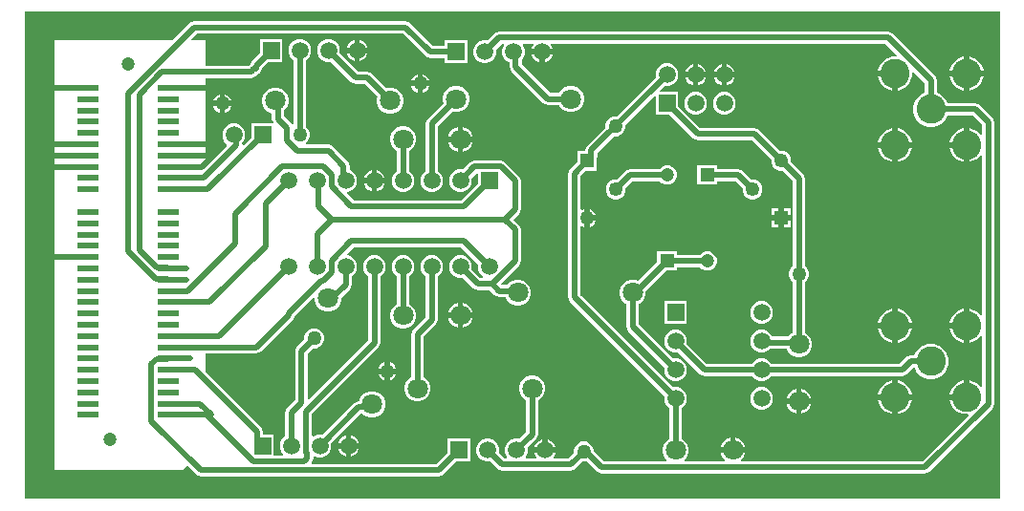
<source format=gbr>
%TF.GenerationSoftware,Altium Limited,Altium Designer,22.4.2 (48)*%
G04 Layer_Physical_Order=2*
G04 Layer_Color=16711680*
%FSLAX45Y45*%
%MOMM*%
%TF.SameCoordinates,21CD9DD7-479E-4939-AD86-19BEA9B0C4F6*%
%TF.FilePolarity,Positive*%
%TF.FileFunction,Copper,L2,Bot,Signal*%
%TF.Part,Single*%
G01*
G75*
%TA.AperFunction,Conductor*%
%ADD10C,0.50800*%
%TA.AperFunction,ComponentPad*%
%ADD12C,2.60000*%
%ADD13R,1.50000X1.50000*%
%ADD14C,1.50000*%
%ADD15C,1.80000*%
%ADD16R,1.25000X1.25000*%
%ADD17C,1.25000*%
%ADD18C,1.20000*%
%ADD19R,1.20000X1.20000*%
%ADD20R,1.50000X1.50000*%
%ADD21C,1.19400*%
%TA.AperFunction,ViaPad*%
%ADD22C,1.27000*%
%TA.AperFunction,SMDPad,CuDef*%
%ADD23R,1.88000X0.61000*%
G36*
X8636000Y254000D02*
X0D01*
Y4572000D01*
X8636000D01*
Y254000D01*
D02*
G37*
%LPC*%
G36*
X7648290Y4397186D02*
X4202500D01*
X4163620Y4381081D01*
X4098557Y4316018D01*
X4096671Y4316800D01*
X4056729D01*
X4019828Y4301515D01*
X3991585Y4273272D01*
X3976300Y4236371D01*
Y4196429D01*
X3991585Y4159528D01*
X4019828Y4131285D01*
X4056729Y4116000D01*
X4096671D01*
X4133572Y4131285D01*
X4161815Y4159528D01*
X4177100Y4196429D01*
Y4236371D01*
X4176318Y4238257D01*
X4225276Y4287215D01*
X4242934D01*
X4247795Y4275481D01*
X4245585Y4273272D01*
X4230300Y4236371D01*
Y4196429D01*
X4245585Y4159528D01*
X4273828Y4131285D01*
X4294695Y4122641D01*
Y4083119D01*
X4310800Y4044239D01*
X4596619Y3758420D01*
X4635500Y3742315D01*
X4736569D01*
X4740870Y3731932D01*
X4773332Y3699469D01*
X4815746Y3681900D01*
X4861655D01*
X4904069Y3699469D01*
X4936532Y3731932D01*
X4954101Y3774346D01*
Y3820255D01*
X4936532Y3862669D01*
X4904069Y3895131D01*
X4861655Y3912700D01*
X4815746D01*
X4773332Y3895131D01*
X4740870Y3862669D01*
X4736569Y3852286D01*
X4658275D01*
X4404666Y4105895D01*
Y4148380D01*
X4415815Y4159528D01*
X4431100Y4196429D01*
Y4236371D01*
X4415815Y4273272D01*
X4413605Y4275481D01*
X4418466Y4287215D01*
X4504571D01*
X4509431Y4275481D01*
X4504163Y4270213D01*
X4492228Y4241400D01*
X4677171D01*
X4665237Y4270213D01*
X4659968Y4275481D01*
X4664828Y4287215D01*
X7625514D01*
X7726165Y4186563D01*
X7721305Y4174830D01*
X7680133D01*
X7625002Y4151994D01*
X7582806Y4109798D01*
X7559970Y4054667D01*
Y4049830D01*
X7709970D01*
Y4024830D01*
X7734970D01*
Y3874830D01*
X7739807D01*
X7794938Y3897666D01*
X7837134Y3939862D01*
X7859970Y3994993D01*
Y4036165D01*
X7871703Y4041025D01*
X7971415Y3941314D01*
Y3853828D01*
X7938373Y3840142D01*
X7894658Y3796427D01*
X7871000Y3739311D01*
Y3677489D01*
X7894658Y3620373D01*
X7938373Y3576658D01*
X7995489Y3553000D01*
X8057311D01*
X8114427Y3576658D01*
X8158142Y3620373D01*
X8171828Y3653415D01*
X8397324D01*
X8479415Y3571324D01*
Y3484855D01*
X8466715Y3480218D01*
X8427798Y3519134D01*
X8372667Y3541970D01*
X8367830D01*
Y3391970D01*
Y3241970D01*
X8372667D01*
X8427798Y3264806D01*
X8466715Y3303723D01*
X8479415Y3299085D01*
Y1882515D01*
X8466715Y1877877D01*
X8427798Y1916794D01*
X8372667Y1939630D01*
X8367830D01*
Y1789630D01*
Y1639630D01*
X8372667D01*
X8427798Y1662466D01*
X8466715Y1701382D01*
X8479415Y1696745D01*
Y1249655D01*
X8466715Y1245018D01*
X8427798Y1283934D01*
X8372667Y1306770D01*
X8367830D01*
Y1156770D01*
X8342830D01*
Y1131770D01*
X8192830D01*
Y1126933D01*
X8215666Y1071802D01*
X8257862Y1029606D01*
X8312993Y1006770D01*
X8354165D01*
X8359025Y995037D01*
X7951274Y587285D01*
X6348809D01*
X6343548Y599985D01*
X6367053Y623490D01*
X6382507Y660800D01*
X6273800D01*
X6165092D01*
X6180546Y623490D01*
X6204051Y599985D01*
X6198791Y587285D01*
X5848446D01*
X5843185Y599985D01*
X5863631Y620431D01*
X5881200Y662846D01*
Y708754D01*
X5863631Y751169D01*
X5831168Y783631D01*
X5820785Y787932D01*
Y839300D01*
X5820785Y839301D01*
Y1057104D01*
X5822672Y1057885D01*
X5850915Y1086128D01*
X5866200Y1123029D01*
Y1162971D01*
X5850915Y1199872D01*
X5822672Y1228115D01*
X5785771Y1243400D01*
X5745829D01*
X5743943Y1242618D01*
X4923586Y2062975D01*
Y2668248D01*
X4936286Y2672797D01*
X4956900Y2664258D01*
Y2743200D01*
Y2822141D01*
X4936286Y2813603D01*
X4923586Y2818151D01*
Y3115124D01*
X4971761Y3163299D01*
X5069800D01*
Y3278195D01*
X5073986Y3288299D01*
Y3319825D01*
X5221261Y3467100D01*
X5250083D01*
X5282758Y3480634D01*
X5307766Y3505642D01*
X5321300Y3538317D01*
Y3567139D01*
X5577467Y3823306D01*
X5589200Y3818446D01*
Y3658800D01*
X5712239D01*
X5922421Y3448618D01*
X5961301Y3432513D01*
X6443026D01*
X6614200Y3261339D01*
Y3233716D01*
X6627582Y3201409D01*
X6652309Y3176682D01*
X6684616Y3163300D01*
X6712239D01*
X6803014Y3072525D01*
Y2318638D01*
X6782634Y2298258D01*
X6769100Y2265583D01*
Y2230217D01*
X6782634Y2197542D01*
X6803014Y2177162D01*
Y1727733D01*
X6792631Y1723432D01*
X6762485Y1693286D01*
X6618957D01*
X6612915Y1707872D01*
X6584672Y1736115D01*
X6547771Y1751400D01*
X6507829D01*
X6470928Y1736115D01*
X6442685Y1707872D01*
X6427400Y1670971D01*
Y1631030D01*
X6442685Y1594128D01*
X6470928Y1565885D01*
X6507829Y1550600D01*
X6547771D01*
X6584672Y1565885D01*
X6602102Y1583315D01*
X6750607D01*
X6760169Y1560232D01*
X6792631Y1527769D01*
X6835045Y1510201D01*
X6880954D01*
X6923368Y1527769D01*
X6955831Y1560232D01*
X6973400Y1602646D01*
Y1648555D01*
X6955831Y1690969D01*
X6923368Y1723432D01*
X6912985Y1727733D01*
Y2177162D01*
X6933366Y2197542D01*
X6946900Y2230217D01*
Y2265583D01*
X6933366Y2298258D01*
X6912985Y2318638D01*
Y3095301D01*
X6896880Y3134181D01*
X6790000Y3241061D01*
Y3268685D01*
X6776618Y3300992D01*
X6751892Y3325718D01*
X6719584Y3339100D01*
X6691961D01*
X6504682Y3526379D01*
X6465802Y3542484D01*
X5984077D01*
X5790000Y3736561D01*
Y3859600D01*
X5630354D01*
X5625494Y3871333D01*
X5667743Y3913582D01*
X5669629Y3912800D01*
X5709570D01*
X5746472Y3928085D01*
X5774715Y3956328D01*
X5790000Y3993229D01*
Y4033171D01*
X5774715Y4070072D01*
X5746472Y4098315D01*
X5709570Y4113600D01*
X5669629D01*
X5632728Y4098315D01*
X5604485Y4070072D01*
X5589200Y4033171D01*
Y3993229D01*
X5589981Y3991343D01*
X5243539Y3644900D01*
X5214717D01*
X5182042Y3631366D01*
X5157034Y3606358D01*
X5143500Y3573683D01*
Y3544861D01*
X4980120Y3381481D01*
X4964015Y3342601D01*
Y3339099D01*
X4894000D01*
Y3241061D01*
X4829720Y3176780D01*
X4813615Y3137899D01*
Y2040200D01*
X4829720Y2001319D01*
X5666182Y1164857D01*
X5665400Y1162971D01*
Y1123029D01*
X5680685Y1086128D01*
X5708928Y1057885D01*
X5710815Y1057104D01*
Y839301D01*
X5710814Y839301D01*
Y787932D01*
X5700431Y783631D01*
X5667969Y751169D01*
X5650400Y708754D01*
Y662846D01*
X5667969Y620431D01*
X5688415Y599985D01*
X5683154Y587285D01*
X5134141D01*
X5041900Y679526D01*
Y690783D01*
X5028366Y723458D01*
X5003358Y748466D01*
X4970683Y762000D01*
X4935317D01*
X4902642Y748466D01*
X4877634Y723458D01*
X4864100Y690783D01*
Y661961D01*
X4817124Y614985D01*
X4690229D01*
X4685369Y626719D01*
X4690637Y631987D01*
X4702572Y660800D01*
X4517629D01*
X4529563Y631987D01*
X4534832Y626719D01*
X4529972Y614985D01*
X4443866D01*
X4439005Y626719D01*
X4441215Y628928D01*
X4456500Y665829D01*
Y705771D01*
X4455718Y707657D01*
X4534681Y786620D01*
X4550786Y825500D01*
Y1129768D01*
X4561169Y1134069D01*
X4593631Y1166531D01*
X4611200Y1208946D01*
Y1254854D01*
X4593631Y1297269D01*
X4561169Y1329731D01*
X4518755Y1347300D01*
X4472846D01*
X4430432Y1329731D01*
X4397969Y1297269D01*
X4380400Y1254854D01*
Y1208946D01*
X4397969Y1166531D01*
X4430432Y1134069D01*
X4440815Y1129768D01*
Y848276D01*
X4377957Y785418D01*
X4376071Y786200D01*
X4336129D01*
X4299228Y770915D01*
X4270985Y742672D01*
X4255700Y705771D01*
Y665829D01*
X4270985Y628928D01*
X4273195Y626719D01*
X4268334Y614985D01*
X4250676D01*
X4201718Y663943D01*
X4202500Y665829D01*
Y705771D01*
X4187215Y742672D01*
X4158972Y770915D01*
X4122071Y786200D01*
X4082129D01*
X4045228Y770915D01*
X4016985Y742672D01*
X4001700Y705771D01*
Y665829D01*
X4016985Y628928D01*
X4045228Y600685D01*
X4082129Y585400D01*
X4122071D01*
X4123957Y586182D01*
X4189020Y521119D01*
X4227900Y505014D01*
X4839900D01*
X4878780Y521119D01*
X4941861Y584200D01*
X4970683D01*
X4978476Y587428D01*
X5072485Y493419D01*
X5111365Y477315D01*
X7974049D01*
X8012930Y493419D01*
X8573281Y1053770D01*
X8589385Y1092651D01*
Y3594100D01*
X8573281Y3632981D01*
X8458981Y3747281D01*
X8420100Y3763385D01*
X8171828D01*
X8158142Y3796427D01*
X8114427Y3840142D01*
X8081385Y3853828D01*
Y3964090D01*
X8065281Y4002970D01*
X7687170Y4381081D01*
X7648290Y4397186D01*
D02*
G37*
G36*
X2971400Y4321572D02*
Y4254100D01*
X3038872D01*
X3026937Y4282913D01*
X3000213Y4309637D01*
X2971400Y4321572D01*
D02*
G37*
G36*
X2921400D02*
X2892587Y4309637D01*
X2865863Y4282913D01*
X2853928Y4254100D01*
X2921400D01*
Y4321572D01*
D02*
G37*
G36*
X3038872Y4204100D02*
X2971400D01*
Y4136628D01*
X3000213Y4148563D01*
X3026937Y4175287D01*
X3038872Y4204100D01*
D02*
G37*
G36*
X2921400D02*
X2853928D01*
X2865863Y4175287D01*
X2892587Y4148563D01*
X2921400Y4136628D01*
Y4204100D01*
D02*
G37*
G36*
X4677171Y4191400D02*
X4609700D01*
Y4123928D01*
X4638513Y4135863D01*
X4665237Y4162587D01*
X4677171Y4191400D01*
D02*
G37*
G36*
X4559700D02*
X4492228D01*
X4504163Y4162587D01*
X4530887Y4135863D01*
X4559700Y4123928D01*
Y4191400D01*
D02*
G37*
G36*
X3377100Y4488385D02*
X1502295D01*
X1463415Y4472281D01*
X1309134Y4318000D01*
X266700D01*
Y508000D01*
X1397000D01*
X1440949Y551949D01*
X1522578Y470319D01*
X1561458Y454214D01*
X1949086D01*
X1949086Y454214D01*
X3671500D01*
X3710380Y470319D01*
X3825461Y585400D01*
X3948500D01*
Y786200D01*
X3747700D01*
Y663161D01*
X3648724Y564185D01*
X2548332D01*
X2543471Y575918D01*
X2543831Y576277D01*
X2559935Y615158D01*
Y627104D01*
X2570495Y634160D01*
X2596229Y623500D01*
X2636171D01*
X2673072Y638785D01*
X2701315Y667028D01*
X2716600Y703929D01*
Y743871D01*
X2715818Y745757D01*
X2983123Y1013062D01*
X2993810D01*
X3011934Y994938D01*
X3054348Y977369D01*
X3100257D01*
X3142672Y994938D01*
X3175134Y1027400D01*
X3192703Y1069814D01*
Y1115723D01*
X3175134Y1158138D01*
X3142672Y1190600D01*
X3100257Y1208169D01*
X3054348D01*
X3011934Y1190600D01*
X2979472Y1158138D01*
X2964931Y1123033D01*
X2960348D01*
X2921467Y1106928D01*
X2638057Y823518D01*
X2636171Y824300D01*
X2596229D01*
X2559328Y809015D01*
X2557119Y806805D01*
X2545385Y811666D01*
Y1007124D01*
X3137681Y1599419D01*
X3153785Y1638300D01*
Y2225504D01*
X3155672Y2226285D01*
X3183915Y2254528D01*
X3199200Y2291429D01*
Y2331371D01*
X3183915Y2368272D01*
X3155672Y2396515D01*
X3118771Y2411800D01*
X3078829D01*
X3041928Y2396515D01*
X3013685Y2368272D01*
X2998400Y2331371D01*
Y2291429D01*
X3013685Y2254528D01*
X3041928Y2226285D01*
X3043815Y2225504D01*
Y1661076D01*
X2517819Y1135080D01*
X2506085Y1139940D01*
Y1539324D01*
X2554261Y1587500D01*
X2583083D01*
X2615758Y1601034D01*
X2640766Y1626042D01*
X2654300Y1658717D01*
Y1694083D01*
X2640766Y1726758D01*
X2615758Y1751766D01*
X2583083Y1765300D01*
X2547717D01*
X2515042Y1751766D01*
X2490034Y1726758D01*
X2476500Y1694083D01*
Y1665261D01*
X2412219Y1600981D01*
X2396115Y1562100D01*
Y1128963D01*
X2323319Y1056168D01*
X2307215Y1017287D01*
Y809796D01*
X2305328Y809015D01*
X2277085Y780772D01*
X2261800Y743871D01*
Y703929D01*
X2277085Y667028D01*
X2291995Y652119D01*
X2287134Y640385D01*
X2208600D01*
Y824300D01*
X2113585D01*
Y849700D01*
X2097480Y888581D01*
X1600200Y1385861D01*
Y1542014D01*
X2054308D01*
X2093189Y1558119D01*
X2381123Y1846053D01*
X2389653Y1866647D01*
X2561364Y2038358D01*
X2573097Y2033498D01*
Y2008477D01*
X2590666Y1966062D01*
X2623128Y1933600D01*
X2665543Y1916031D01*
X2711452D01*
X2753866Y1933600D01*
X2786328Y1966062D01*
X2803897Y2008477D01*
Y2034108D01*
X2883681Y2113892D01*
X2899786Y2152773D01*
Y2225504D01*
X2901672Y2226285D01*
X2929915Y2254528D01*
X2945200Y2291429D01*
Y2331371D01*
X2929915Y2368272D01*
X2901672Y2396515D01*
X2864771Y2411800D01*
X2861647D01*
X2856786Y2423533D01*
X2918268Y2485015D01*
X3863425D01*
X4015182Y2333257D01*
X4014400Y2331371D01*
Y2291429D01*
X4029685Y2254528D01*
X4057528Y2226685D01*
X4057389Y2223576D01*
X4055482Y2213985D01*
X4035975D01*
X3960418Y2289543D01*
X3961200Y2291429D01*
Y2331371D01*
X3945915Y2368272D01*
X3917672Y2396515D01*
X3880770Y2411800D01*
X3840829D01*
X3803928Y2396515D01*
X3775685Y2368272D01*
X3760400Y2331371D01*
Y2291429D01*
X3775685Y2254528D01*
X3803928Y2226285D01*
X3840829Y2211000D01*
X3880770D01*
X3882657Y2211782D01*
X3974319Y2120119D01*
X4013200Y2104015D01*
X4117533D01*
X4163719Y2057828D01*
X4202600Y2041723D01*
X4260906D01*
X4270969Y2017431D01*
X4303431Y1984969D01*
X4345845Y1967400D01*
X4391754D01*
X4434168Y1984969D01*
X4466631Y2017431D01*
X4484200Y2059846D01*
Y2105754D01*
X4466631Y2148169D01*
X4434168Y2180631D01*
X4391754Y2198200D01*
X4345845D01*
X4303431Y2180631D01*
X4274494Y2151694D01*
X4228724D01*
X4222112Y2163043D01*
X4382281Y2323211D01*
X4398385Y2362092D01*
Y2641600D01*
X4382281Y2680481D01*
X4332261Y2730500D01*
X4382281Y2780519D01*
X4398385Y2819400D01*
Y3073400D01*
X4382281Y3112281D01*
X4256480Y3238081D01*
X4217600Y3254186D01*
X3986600D01*
X3947719Y3238081D01*
X3882657Y3173018D01*
X3880770Y3173800D01*
X3840829D01*
X3803928Y3158515D01*
X3775685Y3130272D01*
X3760400Y3093371D01*
Y3053429D01*
X3775685Y3016528D01*
X3803928Y2988285D01*
X3840829Y2973000D01*
X3880770D01*
X3917672Y2988285D01*
X3945915Y3016528D01*
X3961200Y3053429D01*
Y3093371D01*
X3960418Y3095257D01*
X4001700Y3136540D01*
X4014400Y3131279D01*
Y3050761D01*
X3863425Y2899785D01*
X2918268D01*
X2856786Y2961267D01*
X2861647Y2973000D01*
X2864771D01*
X2901672Y2988285D01*
X2929915Y3016528D01*
X2945200Y3053429D01*
Y3093371D01*
X2929915Y3130272D01*
X2901672Y3158515D01*
X2880805Y3167159D01*
Y3206681D01*
X2864700Y3245561D01*
X2731281Y3378981D01*
X2692400Y3395085D01*
X2496849D01*
X2492109Y3407785D01*
X2513766Y3429442D01*
X2527300Y3462117D01*
Y3497483D01*
X2513766Y3530158D01*
X2493385Y3550538D01*
Y4143204D01*
X2495272Y4143985D01*
X2523515Y4172228D01*
X2538800Y4209129D01*
Y4249071D01*
X2523515Y4285972D01*
X2495272Y4314215D01*
X2458371Y4329500D01*
X2418429D01*
X2381528Y4314215D01*
X2353285Y4285972D01*
X2338000Y4249071D01*
Y4209129D01*
X2353285Y4172228D01*
X2381528Y4143985D01*
X2383415Y4143204D01*
Y3566035D01*
X2370715Y3563509D01*
X2362981Y3582181D01*
X2302206Y3642955D01*
Y3701107D01*
X2320331Y3719231D01*
X2337900Y3761646D01*
Y3807554D01*
X2320331Y3849969D01*
X2287868Y3882431D01*
X2245454Y3900000D01*
X2199545D01*
X2157131Y3882431D01*
X2124669Y3849969D01*
X2107100Y3807554D01*
Y3761646D01*
X2124669Y3719231D01*
X2157131Y3686769D01*
X2192236Y3672228D01*
Y3620179D01*
X2203535Y3592900D01*
X2195049Y3580200D01*
X2007800D01*
Y3457161D01*
X1940866Y3390227D01*
X1928166Y3395488D01*
Y3411780D01*
X1939315Y3422928D01*
X1954600Y3459829D01*
Y3499771D01*
X1939315Y3536672D01*
X1911072Y3564915D01*
X1874171Y3580200D01*
X1834229D01*
X1797328Y3564915D01*
X1769085Y3536672D01*
X1753800Y3499771D01*
Y3459829D01*
X1769085Y3422928D01*
X1793220Y3398793D01*
X1793744Y3383469D01*
X1611933Y3201658D01*
X1600200Y3206519D01*
Y3983615D01*
X2007799D01*
X2046680Y3999719D01*
X2062555Y4015595D01*
X2082188Y4023727D01*
X2089138Y4030677D01*
X2105243Y4069558D01*
Y4072182D01*
X2161761Y4128700D01*
X2284800D01*
Y4329500D01*
X2084000D01*
Y4206461D01*
X2011377Y4133838D01*
X1999023Y4104014D01*
X1992926Y4101488D01*
X1985023Y4093585D01*
X1600200D01*
Y4318000D01*
X1481250D01*
X1476389Y4329733D01*
X1525071Y4378415D01*
X3354324D01*
X3555219Y4177519D01*
X3594100Y4161415D01*
X3722300D01*
Y4116000D01*
X3923100D01*
Y4316800D01*
X3722300D01*
Y4271385D01*
X3616876D01*
X3415980Y4472281D01*
X3377100Y4488385D01*
D02*
G37*
G36*
X8372667Y4174830D02*
X8367830D01*
Y4049830D01*
X8492830D01*
Y4054667D01*
X8469994Y4109798D01*
X8427798Y4151994D01*
X8372667Y4174830D01*
D02*
G37*
G36*
X8317830D02*
X8312993D01*
X8257862Y4151994D01*
X8215666Y4109798D01*
X8192830Y4054667D01*
Y4049830D01*
X8317830D01*
Y4174830D01*
D02*
G37*
G36*
X6222600Y4105672D02*
Y4038200D01*
X6290072D01*
X6278137Y4067013D01*
X6251413Y4093737D01*
X6222600Y4105672D01*
D02*
G37*
G36*
X6172600D02*
X6143787Y4093737D01*
X6117063Y4067013D01*
X6105128Y4038200D01*
X6172600D01*
Y4105672D01*
D02*
G37*
G36*
X5968600D02*
Y4038200D01*
X6036072D01*
X6024137Y4067013D01*
X5997413Y4093737D01*
X5968600Y4105672D01*
D02*
G37*
G36*
X5918600D02*
X5889787Y4093737D01*
X5863063Y4067013D01*
X5851128Y4038200D01*
X5918600D01*
Y4105672D01*
D02*
G37*
G36*
X3530200Y4017024D02*
Y3962000D01*
X3585224D01*
X3575988Y3984299D01*
X3552499Y4007788D01*
X3530200Y4017024D01*
D02*
G37*
G36*
X3480200D02*
X3457901Y4007788D01*
X3434412Y3984299D01*
X3425176Y3962000D01*
X3480200D01*
Y4017024D01*
D02*
G37*
G36*
X5918600Y3988200D02*
X5851128D01*
X5863063Y3959387D01*
X5889787Y3932663D01*
X5918600Y3920728D01*
Y3988200D01*
D02*
G37*
G36*
X6290072D02*
X6222600D01*
Y3920728D01*
X6251413Y3932663D01*
X6278137Y3959387D01*
X6290072Y3988200D01*
D02*
G37*
G36*
X6172600D02*
X6105128D01*
X6117063Y3959387D01*
X6143787Y3932663D01*
X6172600Y3920728D01*
Y3988200D01*
D02*
G37*
G36*
X6036072D02*
X5968600D01*
Y3920728D01*
X5997413Y3932663D01*
X6024137Y3959387D01*
X6036072Y3988200D01*
D02*
G37*
G36*
X8492830Y3999830D02*
X8367830D01*
Y3874830D01*
X8372667D01*
X8427798Y3897666D01*
X8469994Y3939862D01*
X8492830Y3994993D01*
Y3999830D01*
D02*
G37*
G36*
X8317830D02*
X8192830D01*
Y3994993D01*
X8215666Y3939862D01*
X8257862Y3897666D01*
X8312993Y3874830D01*
X8317830D01*
Y3999830D01*
D02*
G37*
G36*
X7684970D02*
X7559970D01*
Y3994993D01*
X7582806Y3939862D01*
X7625002Y3897666D01*
X7680133Y3874830D01*
X7684970D01*
Y3999830D01*
D02*
G37*
G36*
X3585224Y3912000D02*
X3530200D01*
Y3856976D01*
X3552499Y3866212D01*
X3575988Y3889701D01*
X3585224Y3912000D01*
D02*
G37*
G36*
X3480200D02*
X3425176D01*
X3434412Y3889701D01*
X3457901Y3866212D01*
X3480200Y3856976D01*
Y3912000D01*
D02*
G37*
G36*
X1777600Y3839224D02*
Y3784200D01*
X1832624D01*
X1823388Y3806499D01*
X1799899Y3829988D01*
X1777600Y3839224D01*
D02*
G37*
G36*
X1727600D02*
X1705301Y3829988D01*
X1681812Y3806499D01*
X1672576Y3784200D01*
X1727600D01*
Y3839224D01*
D02*
G37*
G36*
X3845654Y3912700D02*
X3799745D01*
X3757331Y3895131D01*
X3724868Y3862668D01*
X3707299Y3820254D01*
Y3774345D01*
X3711600Y3763962D01*
X3567919Y3620281D01*
X3551815Y3581401D01*
Y3159296D01*
X3549928Y3158515D01*
X3521685Y3130272D01*
X3506400Y3093371D01*
Y3053429D01*
X3521685Y3016528D01*
X3549928Y2988285D01*
X3586829Y2973000D01*
X3626771D01*
X3663672Y2988285D01*
X3691915Y3016528D01*
X3707200Y3053429D01*
Y3093371D01*
X3691915Y3130272D01*
X3663672Y3158515D01*
X3661785Y3159296D01*
Y3558625D01*
X3789361Y3686201D01*
X3799745Y3681900D01*
X3845654D01*
X3888068Y3699469D01*
X3920530Y3731931D01*
X3938099Y3774345D01*
Y3820254D01*
X3920530Y3862668D01*
X3888068Y3895131D01*
X3845654Y3912700D01*
D02*
G37*
G36*
X1832624Y3734200D02*
X1777600D01*
Y3679176D01*
X1799899Y3688412D01*
X1823388Y3711901D01*
X1832624Y3734200D01*
D02*
G37*
G36*
X1727600D02*
X1672576D01*
X1681812Y3711901D01*
X1705301Y3688412D01*
X1727600Y3679176D01*
Y3734200D01*
D02*
G37*
G36*
X2712371Y4329500D02*
X2672429D01*
X2635528Y4314215D01*
X2607285Y4285972D01*
X2592000Y4249071D01*
Y4209129D01*
X2607285Y4172228D01*
X2635528Y4143985D01*
X2672429Y4128700D01*
X2712371D01*
X2714257Y4129482D01*
X2894819Y3948919D01*
X2933700Y3932815D01*
X3012524D01*
X3127401Y3817938D01*
X3123100Y3807555D01*
Y3761646D01*
X3140668Y3719232D01*
X3173131Y3686769D01*
X3215545Y3669200D01*
X3261454D01*
X3303868Y3686769D01*
X3336331Y3719232D01*
X3353899Y3761646D01*
Y3807555D01*
X3336331Y3849969D01*
X3303868Y3882431D01*
X3261454Y3900000D01*
X3215545D01*
X3205162Y3895699D01*
X3074180Y4026681D01*
X3035300Y4042785D01*
X2956476D01*
X2792018Y4207243D01*
X2792800Y4209129D01*
Y4249071D01*
X2777515Y4285972D01*
X2749272Y4314215D01*
X2712371Y4329500D01*
D02*
G37*
G36*
X6217571Y3859600D02*
X6177629D01*
X6140728Y3844315D01*
X6112485Y3816072D01*
X6097200Y3779171D01*
Y3739229D01*
X6112485Y3702328D01*
X6140728Y3674085D01*
X6177629Y3658800D01*
X6217571D01*
X6254472Y3674085D01*
X6282715Y3702328D01*
X6298000Y3739229D01*
Y3779171D01*
X6282715Y3816072D01*
X6254472Y3844315D01*
X6217571Y3859600D01*
D02*
G37*
G36*
X5963571D02*
X5923629D01*
X5886728Y3844315D01*
X5858485Y3816072D01*
X5843200Y3779171D01*
Y3739229D01*
X5858485Y3702328D01*
X5886728Y3674085D01*
X5923629Y3658800D01*
X5963571D01*
X6000472Y3674085D01*
X6028715Y3702328D01*
X6044000Y3739229D01*
Y3779171D01*
X6028715Y3816072D01*
X6000472Y3844315D01*
X5963571Y3859600D01*
D02*
G37*
G36*
X3885800Y3550408D02*
Y3466700D01*
X3969508D01*
X3954053Y3504010D01*
X3923110Y3534953D01*
X3885800Y3550408D01*
D02*
G37*
G36*
X3835800D02*
X3798490Y3534953D01*
X3767547Y3504010D01*
X3752092Y3466700D01*
X3835800D01*
Y3550408D01*
D02*
G37*
G36*
X8317830Y3541970D02*
X8312993D01*
X8257862Y3519134D01*
X8215666Y3476938D01*
X8192830Y3421807D01*
Y3416970D01*
X8317830D01*
Y3541970D01*
D02*
G37*
G36*
X7739807D02*
X7734970D01*
Y3416970D01*
X7859970D01*
Y3421807D01*
X7837134Y3476938D01*
X7794938Y3519134D01*
X7739807Y3541970D01*
D02*
G37*
G36*
X7684970D02*
X7680133D01*
X7625002Y3519134D01*
X7582806Y3476938D01*
X7559970Y3421807D01*
Y3416970D01*
X7684970D01*
Y3541970D01*
D02*
G37*
G36*
X3969508Y3416700D02*
X3885800D01*
Y3332992D01*
X3923110Y3348447D01*
X3954053Y3379390D01*
X3969508Y3416700D01*
D02*
G37*
G36*
X3835800D02*
X3752092D01*
X3767547Y3379390D01*
X3798490Y3348447D01*
X3835800Y3332992D01*
Y3416700D01*
D02*
G37*
G36*
X8317830Y3366970D02*
X8192830D01*
Y3362133D01*
X8215666Y3307002D01*
X8257862Y3264806D01*
X8312993Y3241970D01*
X8317830D01*
Y3366970D01*
D02*
G37*
G36*
X7859970D02*
X7734970D01*
Y3241970D01*
X7739807D01*
X7794938Y3264806D01*
X7837134Y3307002D01*
X7859970Y3362133D01*
Y3366970D01*
D02*
G37*
G36*
X7684970D02*
X7559970D01*
Y3362133D01*
X7582806Y3307002D01*
X7625002Y3264806D01*
X7680133Y3241970D01*
X7684970D01*
Y3366970D01*
D02*
G37*
G36*
X3123800Y3165872D02*
Y3098400D01*
X3191272D01*
X3179337Y3127213D01*
X3152613Y3153937D01*
X3123800Y3165872D01*
D02*
G37*
G36*
X3073800D02*
X3044987Y3153937D01*
X3018263Y3127213D01*
X3006328Y3098400D01*
X3073800D01*
Y3165872D01*
D02*
G37*
G36*
X5706587Y3209900D02*
X5672613D01*
X5641225Y3196899D01*
X5623812Y3179485D01*
X5363200D01*
X5324320Y3163381D01*
X5246039Y3085100D01*
X5218416D01*
X5186109Y3071718D01*
X5161382Y3046991D01*
X5148000Y3014684D01*
Y2979716D01*
X5161382Y2947409D01*
X5186109Y2922682D01*
X5218416Y2909300D01*
X5253384D01*
X5285691Y2922682D01*
X5310418Y2947409D01*
X5323800Y2979716D01*
Y3007339D01*
X5385976Y3069515D01*
X5623812D01*
X5641225Y3052101D01*
X5672613Y3039100D01*
X5706587D01*
X5737975Y3052101D01*
X5761999Y3076125D01*
X5775000Y3107513D01*
Y3141487D01*
X5761999Y3172875D01*
X5737975Y3196899D01*
X5706587Y3209900D01*
D02*
G37*
G36*
X3191272Y3048400D02*
X3123800D01*
Y2980928D01*
X3152613Y2992863D01*
X3179337Y3019587D01*
X3191272Y3048400D01*
D02*
G37*
G36*
X3073800D02*
X3006328D01*
X3018263Y3019587D01*
X3044987Y2992863D01*
X3073800Y2980928D01*
Y3048400D01*
D02*
G37*
G36*
X3375754Y3557100D02*
X3329846D01*
X3287431Y3539531D01*
X3254969Y3507069D01*
X3237400Y3464654D01*
Y3418746D01*
X3254969Y3376331D01*
X3287431Y3343869D01*
X3297815Y3339568D01*
Y3159296D01*
X3295928Y3158515D01*
X3267685Y3130272D01*
X3252400Y3093371D01*
Y3053429D01*
X3267685Y3016528D01*
X3295928Y2988285D01*
X3332829Y2973000D01*
X3372771D01*
X3409672Y2988285D01*
X3437915Y3016528D01*
X3453200Y3053429D01*
Y3093371D01*
X3437915Y3130272D01*
X3409672Y3158515D01*
X3407785Y3159296D01*
Y3339568D01*
X3418169Y3343869D01*
X3450631Y3376331D01*
X3468200Y3418746D01*
Y3464654D01*
X3450631Y3507069D01*
X3418169Y3539531D01*
X3375754Y3557100D01*
D02*
G37*
G36*
X6130600Y3209900D02*
X5959800D01*
Y3039100D01*
X6130600D01*
Y3069515D01*
X6298024D01*
X6360200Y3007339D01*
Y2979716D01*
X6373582Y2947409D01*
X6398309Y2922682D01*
X6430616Y2909300D01*
X6465584D01*
X6497891Y2922682D01*
X6522618Y2947409D01*
X6536000Y2979716D01*
Y3014684D01*
X6522618Y3046991D01*
X6497891Y3071718D01*
X6465584Y3085100D01*
X6437961D01*
X6359680Y3163381D01*
X6320800Y3179485D01*
X6130600D01*
Y3209900D01*
D02*
G37*
G36*
X6784600Y2825700D02*
X6727100D01*
Y2768200D01*
X6784600D01*
Y2825700D01*
D02*
G37*
G36*
X5006900Y2822142D02*
Y2768200D01*
X5060842D01*
X5051840Y2789932D01*
X5028633Y2813140D01*
X5006900Y2822142D01*
D02*
G37*
G36*
X6677100Y2825700D02*
X6619600D01*
Y2768200D01*
X6677100D01*
Y2825700D01*
D02*
G37*
G36*
X5060842Y2718200D02*
X5006900D01*
Y2664258D01*
X5028633Y2673260D01*
X5051840Y2696467D01*
X5060842Y2718200D01*
D02*
G37*
G36*
X6784600D02*
X6727100D01*
Y2660700D01*
X6784600D01*
Y2718200D01*
D02*
G37*
G36*
X6677100D02*
X6619600D01*
Y2660700D01*
X6677100D01*
Y2718200D01*
D02*
G37*
G36*
X6062187Y2447300D02*
X6028213D01*
X5996825Y2434299D01*
X5979412Y2416885D01*
X5775000D01*
Y2447300D01*
X5604200D01*
Y2354261D01*
X5436310Y2186372D01*
X5407755Y2198200D01*
X5361846D01*
X5319432Y2180631D01*
X5286969Y2148169D01*
X5269400Y2105754D01*
Y2059846D01*
X5286969Y2017431D01*
X5319432Y1984969D01*
X5329815Y1980668D01*
Y1777999D01*
X5345920Y1739118D01*
X5666181Y1418857D01*
X5665400Y1416970D01*
Y1377029D01*
X5680685Y1340128D01*
X5708928Y1311885D01*
X5745829Y1296600D01*
X5785770D01*
X5822671Y1311885D01*
X5850914Y1340128D01*
X5866199Y1377029D01*
Y1416970D01*
X5850914Y1453872D01*
X5822671Y1482115D01*
X5785770Y1497400D01*
X5745829D01*
X5743942Y1496618D01*
X5439786Y1800775D01*
Y1980668D01*
X5450169Y1984969D01*
X5482631Y2017431D01*
X5500200Y2059846D01*
Y2094739D01*
X5681961Y2276500D01*
X5775000D01*
Y2306915D01*
X5979412D01*
X5996825Y2289501D01*
X6028213Y2276500D01*
X6062187D01*
X6093575Y2289501D01*
X6117599Y2313525D01*
X6130600Y2344913D01*
Y2378887D01*
X6117599Y2410275D01*
X6093575Y2434299D01*
X6062187Y2447300D01*
D02*
G37*
G36*
X3885800Y1988308D02*
Y1904600D01*
X3969508D01*
X3954053Y1941910D01*
X3923110Y1972853D01*
X3885800Y1988308D01*
D02*
G37*
G36*
X3835800D02*
X3798490Y1972853D01*
X3767547Y1941910D01*
X3752092Y1904600D01*
X3835800D01*
Y1988308D01*
D02*
G37*
G36*
X8317830Y1939630D02*
X8312993D01*
X8257862Y1916794D01*
X8215666Y1874598D01*
X8192830Y1819467D01*
Y1814630D01*
X8317830D01*
Y1939630D01*
D02*
G37*
G36*
X7739807D02*
X7734970D01*
Y1814630D01*
X7859970D01*
Y1819467D01*
X7837134Y1874598D01*
X7794938Y1916794D01*
X7739807Y1939630D01*
D02*
G37*
G36*
X7684970D02*
X7680133D01*
X7625002Y1916794D01*
X7582806Y1874598D01*
X7559970Y1819467D01*
Y1814630D01*
X7684970D01*
Y1939630D01*
D02*
G37*
G36*
X6547770Y2005400D02*
X6507829D01*
X6470928Y1990115D01*
X6442685Y1961872D01*
X6427400Y1924971D01*
Y1885030D01*
X6442685Y1848128D01*
X6470928Y1819885D01*
X6507829Y1804600D01*
X6547770D01*
X6584672Y1819885D01*
X6612915Y1848128D01*
X6628200Y1885030D01*
Y1924971D01*
X6612915Y1961872D01*
X6584672Y1990115D01*
X6547770Y2005400D01*
D02*
G37*
G36*
X5866200Y2005400D02*
X5665400D01*
Y1804600D01*
X5866200D01*
Y2005400D01*
D02*
G37*
G36*
X3969508Y1854600D02*
X3885800D01*
Y1770892D01*
X3923110Y1786347D01*
X3954053Y1817290D01*
X3969508Y1854600D01*
D02*
G37*
G36*
X3835800D02*
X3752092D01*
X3767547Y1817290D01*
X3798490Y1786347D01*
X3835800Y1770892D01*
Y1854600D01*
D02*
G37*
G36*
X3372771Y2411800D02*
X3332829D01*
X3295928Y2396515D01*
X3267685Y2368272D01*
X3252400Y2331371D01*
Y2291429D01*
X3267685Y2254528D01*
X3295928Y2226285D01*
X3297815Y2225504D01*
Y1981732D01*
X3287431Y1977431D01*
X3254969Y1944969D01*
X3237400Y1902554D01*
Y1856646D01*
X3254969Y1814231D01*
X3287431Y1781769D01*
X3329846Y1764200D01*
X3375754D01*
X3418169Y1781769D01*
X3450631Y1814231D01*
X3468200Y1856646D01*
Y1902554D01*
X3450631Y1944969D01*
X3418169Y1977431D01*
X3407785Y1981732D01*
Y2225504D01*
X3409672Y2226285D01*
X3437915Y2254528D01*
X3453200Y2291429D01*
Y2331371D01*
X3437915Y2368272D01*
X3409672Y2396515D01*
X3372771Y2411800D01*
D02*
G37*
G36*
X8317830Y1764630D02*
X8192830D01*
Y1759793D01*
X8215666Y1704662D01*
X8257862Y1662466D01*
X8312993Y1639630D01*
X8317830D01*
Y1764630D01*
D02*
G37*
G36*
X7859970D02*
X7734970D01*
Y1639630D01*
X7739807D01*
X7794938Y1662466D01*
X7837134Y1704662D01*
X7859970Y1759793D01*
Y1764630D01*
D02*
G37*
G36*
X7684970D02*
X7559970D01*
Y1759793D01*
X7582806Y1704662D01*
X7625002Y1662466D01*
X7680133Y1639630D01*
X7684970D01*
Y1764630D01*
D02*
G37*
G36*
X3238100Y1464324D02*
Y1409300D01*
X3293124D01*
X3283888Y1431599D01*
X3260399Y1455088D01*
X3238100Y1464324D01*
D02*
G37*
G36*
X3188100D02*
X3165801Y1455088D01*
X3142312Y1431599D01*
X3133076Y1409300D01*
X3188100D01*
Y1464324D01*
D02*
G37*
G36*
X5785771Y1751400D02*
X5745830D01*
X5708928Y1736115D01*
X5680685Y1707872D01*
X5665400Y1670971D01*
Y1631030D01*
X5680685Y1594128D01*
X5708928Y1565885D01*
X5745830Y1550600D01*
X5785771D01*
X5787657Y1551382D01*
X5980920Y1358119D01*
X6019801Y1342014D01*
X6441903D01*
X6442685Y1340128D01*
X6470928Y1311885D01*
X6507829Y1296600D01*
X6547770D01*
X6584671Y1311885D01*
X6612914Y1340128D01*
X6613696Y1342014D01*
X7772400D01*
X7811280Y1358119D01*
X7868676Y1415515D01*
X7882922Y1413508D01*
X7894658Y1385173D01*
X7938373Y1341458D01*
X7995489Y1317800D01*
X8057311D01*
X8114427Y1341458D01*
X8158142Y1385173D01*
X8181800Y1442289D01*
Y1504111D01*
X8158142Y1561227D01*
X8114427Y1604942D01*
X8057311Y1628600D01*
X7995489D01*
X7938373Y1604942D01*
X7894658Y1561227D01*
X7881535Y1529544D01*
X7849958D01*
X7811078Y1513439D01*
X7749624Y1451985D01*
X6613696D01*
X6612914Y1453872D01*
X6584671Y1482115D01*
X6547770Y1497400D01*
X6507829D01*
X6470928Y1482115D01*
X6442685Y1453872D01*
X6441903Y1451985D01*
X6042576D01*
X5865419Y1629143D01*
X5866200Y1631030D01*
Y1670971D01*
X5850915Y1707872D01*
X5822672Y1736115D01*
X5785771Y1751400D01*
D02*
G37*
G36*
X3293124Y1359300D02*
X3238100D01*
Y1304276D01*
X3260399Y1313512D01*
X3283888Y1337001D01*
X3293124Y1359300D01*
D02*
G37*
G36*
X3188100D02*
X3133076D01*
X3142312Y1337001D01*
X3165801Y1313512D01*
X3188100Y1304276D01*
Y1359300D01*
D02*
G37*
G36*
X8317830Y1306770D02*
X8312993D01*
X8257862Y1283934D01*
X8215666Y1241738D01*
X8192830Y1186607D01*
Y1181770D01*
X8317830D01*
Y1306770D01*
D02*
G37*
G36*
X7739807D02*
X7734970D01*
Y1181770D01*
X7859970D01*
Y1186607D01*
X7837134Y1241738D01*
X7794938Y1283934D01*
X7739807Y1306770D01*
D02*
G37*
G36*
X7684970D02*
X7680133D01*
X7625002Y1283934D01*
X7582806Y1241738D01*
X7559970Y1186607D01*
Y1181770D01*
X7684970D01*
Y1306770D01*
D02*
G37*
G36*
X6883000Y1226308D02*
Y1142600D01*
X6966708D01*
X6951254Y1179910D01*
X6920310Y1210853D01*
X6883000Y1226308D01*
D02*
G37*
G36*
X6833000Y1226307D02*
X6795690Y1210853D01*
X6764747Y1179910D01*
X6749293Y1142600D01*
X6833000D01*
Y1226307D01*
D02*
G37*
G36*
X3626771Y2411800D02*
X3586829D01*
X3549928Y2396515D01*
X3521685Y2368272D01*
X3506400Y2331371D01*
Y2291429D01*
X3521685Y2254528D01*
X3549928Y2226285D01*
X3551815Y2225504D01*
Y1864276D01*
X3440919Y1753380D01*
X3424814Y1714500D01*
Y1334032D01*
X3414431Y1329731D01*
X3381969Y1297269D01*
X3364400Y1254854D01*
Y1208946D01*
X3381969Y1166531D01*
X3414431Y1134069D01*
X3456845Y1116500D01*
X3502754D01*
X3545168Y1134069D01*
X3577631Y1166531D01*
X3595200Y1208946D01*
Y1254854D01*
X3577631Y1297269D01*
X3545168Y1329731D01*
X3534785Y1334032D01*
Y1691724D01*
X3645681Y1802619D01*
X3661785Y1841500D01*
Y2225504D01*
X3663672Y2226285D01*
X3691915Y2254528D01*
X3707200Y2291429D01*
Y2331371D01*
X3691915Y2368272D01*
X3663672Y2396515D01*
X3626771Y2411800D01*
D02*
G37*
G36*
X6547770Y1243400D02*
X6507829D01*
X6470928Y1228115D01*
X6442685Y1199872D01*
X6427400Y1162971D01*
Y1123030D01*
X6442685Y1086128D01*
X6470928Y1057885D01*
X6507829Y1042600D01*
X6547770D01*
X6584672Y1057885D01*
X6612915Y1086128D01*
X6628200Y1123030D01*
Y1162971D01*
X6612915Y1199872D01*
X6584672Y1228115D01*
X6547770Y1243400D01*
D02*
G37*
G36*
X6833000Y1092600D02*
X6749293D01*
X6764747Y1055290D01*
X6795690Y1024347D01*
X6833000Y1008893D01*
Y1092600D01*
D02*
G37*
G36*
X6966708D02*
X6883000D01*
Y1008892D01*
X6920310Y1024347D01*
X6951254Y1055290D01*
X6966708Y1092600D01*
D02*
G37*
G36*
X7859970Y1131770D02*
X7734970D01*
Y1006770D01*
X7739807D01*
X7794938Y1029606D01*
X7837134Y1071802D01*
X7859970Y1126933D01*
Y1131770D01*
D02*
G37*
G36*
X7684970D02*
X7559970D01*
Y1126933D01*
X7582806Y1071802D01*
X7625002Y1029606D01*
X7680133Y1006770D01*
X7684970D01*
Y1131770D01*
D02*
G37*
G36*
X2895200Y816372D02*
Y748900D01*
X2962672D01*
X2950737Y777713D01*
X2924013Y804437D01*
X2895200Y816372D01*
D02*
G37*
G36*
X2845200D02*
X2816387Y804437D01*
X2789663Y777713D01*
X2777728Y748900D01*
X2845200D01*
Y816372D01*
D02*
G37*
G36*
X6298800Y794507D02*
Y710800D01*
X6382507D01*
X6367053Y748110D01*
X6336110Y779053D01*
X6298800Y794507D01*
D02*
G37*
G36*
X4635100Y778272D02*
Y710800D01*
X4702572D01*
X4690637Y739613D01*
X4663913Y766337D01*
X4635100Y778272D01*
D02*
G37*
G36*
X4585100D02*
X4556287Y766337D01*
X4529563Y739613D01*
X4517629Y710800D01*
X4585100D01*
Y778272D01*
D02*
G37*
G36*
X6248800Y794508D02*
X6211490Y779053D01*
X6180546Y748110D01*
X6165092Y710800D01*
X6248800D01*
Y794508D01*
D02*
G37*
G36*
X2962672Y698900D02*
X2895200D01*
Y631428D01*
X2924013Y643363D01*
X2950737Y670087D01*
X2962672Y698900D01*
D02*
G37*
G36*
X2845200D02*
X2777728D01*
X2789663Y670087D01*
X2816387Y643363D01*
X2845200Y631428D01*
Y698900D01*
D02*
G37*
%LPD*%
D10*
X4839900Y560000D02*
X4953000Y673100D01*
X4227900Y560000D02*
X4839900D01*
X6527799Y1397000D02*
X7772400D01*
X7849958Y1474558D01*
X8025042D01*
X8026400Y1473200D01*
X7974049Y532300D02*
X8534400Y1092651D01*
Y3594100D01*
X8420100Y3708400D02*
X8534400Y3594100D01*
X5111365Y532300D02*
X7974049D01*
X6858000Y1625601D02*
Y3095301D01*
X5019000Y3342601D02*
X5689600Y4013200D01*
X5765800Y839301D02*
Y1143000D01*
X5765800Y839301D02*
X5765800Y839301D01*
X5765800Y685800D02*
Y839301D01*
X4970565Y673100D02*
X5111365Y532300D01*
X4953000Y673100D02*
X4970565D01*
X3352800Y1879600D02*
Y2311400D01*
Y3073400D02*
Y3441700D01*
X6702100Y3251200D02*
X6858000Y3095301D01*
X4868600Y3137899D02*
X4981900Y3251199D01*
X4868600Y2040200D02*
X5765800Y1143000D01*
X4868600Y2040200D02*
Y3137899D01*
X8026400Y3708400D02*
Y3964090D01*
X7648290Y4342200D02*
X8026400Y3964090D01*
X4202500Y4342200D02*
X7648290D01*
X4076700Y4216400D02*
X4202500Y4342200D01*
X8026400Y3708400D02*
X8420100D01*
X4102100Y685800D02*
X4227900Y560000D01*
X4354891Y2096709D02*
X4368800Y2082800D01*
X4202600Y2096709D02*
X4354891D01*
X4140308Y2159000D02*
X4202600Y2096709D01*
X4981900Y3251199D02*
X5019000Y3288299D01*
Y3342601D01*
X5689600Y3759200D02*
X5961301Y3487499D01*
X6465802D01*
X6702100Y3251200D01*
X6320800Y3124500D02*
X6448100Y2997200D01*
X6045200Y3124500D02*
X6320800D01*
X5363200D02*
X5689600D01*
X5235900Y2997200D02*
X5363200Y3124500D01*
X5384800Y1777999D02*
X5765799Y1397000D01*
X5384800Y1777999D02*
Y2082800D01*
X5410500D02*
X5689600Y2361900D01*
X5384800Y2082800D02*
X5410500D01*
X5689600Y2361900D02*
X6045200D01*
X6540500Y1638301D02*
X6845300D01*
X6858000Y1625601D01*
X6527800Y1651000D02*
X6540500Y1638301D01*
X5765800Y1651000D02*
X6019801Y1397000D01*
X6527799D01*
X1571400Y3197000D02*
X1638300Y3263900D01*
X1270000Y3097000D02*
X1585036D01*
X1873181Y3386690D02*
X1873954Y3385918D01*
X1585036Y3097000D02*
X1873954Y3385918D01*
X1873181Y3386690D02*
Y3460819D01*
X1854200Y3479800D02*
X1873181Y3460819D01*
X137800Y3897000D02*
X563900D01*
X209300Y3397000D02*
X563900D01*
X208200Y3297000D02*
X563900D01*
X206600Y3197000D02*
X563900D01*
X199900Y2397000D02*
X563900D01*
X2692400Y3340100D02*
X2825819Y3206681D01*
Y3092381D02*
X2844800Y3073400D01*
X2825819Y3092381D02*
Y3206681D01*
X2416455Y3340100D02*
X2692400D01*
X2324100Y3432455D02*
X2416455Y3340100D01*
X2717800Y3022492D02*
Y3124308D01*
X2642908Y3199200D02*
X2717800Y3124308D01*
X2284692Y3199200D02*
X2560437D01*
X2642908D01*
X2247221Y3620179D02*
X2324100Y3543300D01*
Y3432455D02*
Y3543300D01*
X1866278Y2780786D02*
X2284692Y3199200D01*
X2247221Y3620179D02*
Y3759879D01*
X2222500Y3784600D02*
X2247221Y3759879D01*
X2933700Y3987800D02*
X3035300D01*
X2692400Y4229100D02*
X2933700Y3987800D01*
X3035300D02*
X3238499Y3784600D01*
X2438400Y3479800D02*
Y4229100D01*
X2050257Y4069558D02*
Y4094958D01*
X2184400Y4229100D01*
X2043308Y4062608D02*
X2050257Y4069558D01*
X2031807Y4062608D02*
X2043308D01*
X2007799Y4038600D02*
X2031807Y4062608D01*
X1215258Y4038600D02*
X2007799D01*
X1016000Y3839342D02*
X1215258Y4038600D01*
X1016000Y2454658D02*
Y3839342D01*
Y2454658D02*
X1168558Y2302100D01*
X1264900D01*
X1270000Y2297000D01*
X1270100Y2997100D02*
X1625500D01*
X2108200Y3479800D01*
X1270000Y2997000D02*
X1270100Y2997100D01*
X3606800Y3073400D02*
Y3581401D01*
X3822699Y3797300D01*
X4635500Y3797300D02*
X4838701D01*
X4349681Y4083119D02*
X4635500Y3797300D01*
X4330700Y4216400D02*
X4349681Y4197419D01*
Y4083119D02*
Y4197419D01*
X2723459Y2031431D02*
X2844800Y2152773D01*
Y2311400D01*
X2688497Y2031431D02*
X2723459D01*
X3606800Y1841500D02*
Y2311400D01*
X3479800Y1714500D02*
X3606800Y1841500D01*
X3479800Y1231900D02*
Y1714500D01*
X4356100Y685800D02*
X4495800Y825500D01*
Y1231900D01*
X2616200Y723900D02*
X2960348Y1068048D01*
X3052582D01*
X3077303Y1092769D01*
X2342242Y1896997D02*
X2630176Y2184931D01*
X2342242Y1884934D02*
Y1896997D01*
X2054308Y1597000D02*
X2342242Y1884934D01*
X2642239Y2184931D02*
X2717800Y2260492D01*
X2630176Y2184931D02*
X2642239D01*
X1270000Y997000D02*
X1613258D01*
X2024858Y585400D01*
X1613258Y997000D02*
X1651000D01*
X2024858Y585400D02*
X2475192D01*
X3671500Y509200D02*
X3848100Y685800D01*
X1949086Y509200D02*
X1949086Y509200D01*
X1561458Y509200D02*
X1949086D01*
X1949086Y509200D02*
X3671500D01*
X3098800Y1638300D02*
Y2311400D01*
X2490400Y671792D02*
Y1029900D01*
X3098800Y1638300D01*
X1264900Y1491900D02*
X1270000Y1497000D01*
X1168558Y1491900D02*
X1264900D01*
X1125200Y1448542D02*
X1168558Y1491900D01*
X1125200Y945458D02*
Y1448542D01*
Y945458D02*
X1561458Y509200D01*
X2362200Y1017287D02*
X2451100Y1106187D01*
X2362200Y723900D02*
Y1017287D01*
X2451100Y1106187D02*
Y1562100D01*
X2565400Y1676400D01*
X1511300Y1397000D02*
X2058600Y849700D01*
Y773500D02*
Y849700D01*
Y773500D02*
X2108200Y723900D01*
X1270000Y1397000D02*
X1511300D01*
X2490400Y671792D02*
X2504950Y657242D01*
Y615158D02*
Y657242D01*
X2475192Y585400D02*
X2504950Y615158D01*
X3377100Y4433400D02*
X3594100Y4216400D01*
X3822700D01*
X1502295Y4433400D02*
X3377100D01*
X914400Y3845505D02*
X1502295Y4433400D01*
X914400Y2448495D02*
Y3845505D01*
Y2448495D02*
X1160795Y2202100D01*
X1264900D01*
X1270000Y2197000D01*
X4254500Y2730500D02*
X4343400Y2641600D01*
Y2362092D02*
Y2641600D01*
X4254500Y2730500D02*
X4343400Y2819400D01*
Y3073400D01*
X2717800Y2730500D02*
X4254500D01*
X2590800Y2311400D02*
Y2603500D01*
X2604442Y2843858D02*
X2717800Y2730500D01*
X2590800Y2603500D02*
X2717800Y2730500D01*
X2604442Y2843858D02*
Y3059758D01*
X2590800Y3073400D02*
X2604442Y3059758D01*
X1270000Y3897000D02*
X1636400D01*
X1270000Y3397000D02*
X1619000D01*
X1270000Y3297000D02*
X1620600D01*
X1270000Y3197000D02*
X1571400D01*
X3860800Y2311400D02*
X4013200Y2159000D01*
X3886200Y2540000D02*
X4114800Y2311400D01*
X2895492Y2540000D02*
X3886200D01*
X2717800Y2362308D02*
X2895492Y2540000D01*
Y2844800D02*
X3886200D01*
X4114800Y3073400D01*
X2717800Y3022492D02*
X2895492Y2844800D01*
X1866278Y2520515D02*
Y2780786D01*
X1442763Y2097000D02*
X1866278Y2520515D01*
X1270000Y2097000D02*
X1442763D01*
X3860800Y3073400D02*
X3986600Y3199200D01*
X4217600D02*
X4343400Y3073400D01*
X3986600Y3199200D02*
X4217600D01*
X2133600Y2870200D02*
X2336800Y3073400D01*
X2133600Y2489200D02*
Y2870200D01*
X1641400Y1997000D02*
X2133600Y2489200D01*
X1270000Y2197000D02*
X1435000D01*
X1270000Y1597000D02*
X2054308D01*
X2717800Y2260492D02*
Y2362308D01*
X1270000Y1697000D02*
X1722400D01*
X2336800Y2311400D01*
X4013200Y2159000D02*
X4140308D01*
X4343400Y2362092D01*
X1270000Y1997000D02*
X1641400D01*
X1270000Y1497000D02*
X1471600D01*
X1551000Y1097000D02*
X1651000Y997000D01*
X1270000Y1097000D02*
X1551000D01*
X1270000Y2297000D02*
X1433400D01*
D12*
X7709970Y1156770D02*
D03*
X8342830D02*
D03*
Y1789630D02*
D03*
X7709970D02*
D03*
X8026400Y1473200D02*
D03*
X7709970Y3391970D02*
D03*
X8342830D02*
D03*
Y4024830D02*
D03*
X7709970D02*
D03*
X8026400Y3708400D02*
D03*
D13*
X3822700Y4216400D02*
D03*
X2184400Y4229100D02*
D03*
X3848100Y685800D02*
D03*
X2108200Y723900D02*
D03*
X5765800Y1905000D02*
D03*
X2108200Y3479800D02*
D03*
X5689600Y3759200D02*
D03*
D14*
X4076700Y4216400D02*
D03*
X4330700D02*
D03*
X4584700D02*
D03*
X2438400Y4229100D02*
D03*
X2692400D02*
D03*
X2946400D02*
D03*
X4102100Y685800D02*
D03*
X4356100D02*
D03*
X4610100D02*
D03*
X2362200Y723900D02*
D03*
X2616200D02*
D03*
X2870200D02*
D03*
X5765800Y1651000D02*
D03*
X5765799Y1397000D02*
D03*
X5765800Y1143000D02*
D03*
X6527800Y1905000D02*
D03*
X6527800Y1651000D02*
D03*
X6527799Y1397000D02*
D03*
X6527800Y1143000D02*
D03*
X1854200Y3479800D02*
D03*
X2336800Y2311400D02*
D03*
X2590800D02*
D03*
X2844800D02*
D03*
X3098800D02*
D03*
X3352800D02*
D03*
X3606800D02*
D03*
X3860800D02*
D03*
X4114800D02*
D03*
X2336800Y3073400D02*
D03*
X2590800D02*
D03*
X2844800D02*
D03*
X3098800D02*
D03*
X3352800D02*
D03*
X3606800D02*
D03*
X3860800D02*
D03*
X5689600Y4013200D02*
D03*
X5943600Y3759200D02*
D03*
Y4013200D02*
D03*
X6197600Y3759200D02*
D03*
Y4013200D02*
D03*
D15*
X6858000Y1117600D02*
D03*
X6858000Y1625601D02*
D03*
X6273800Y685800D02*
D03*
X5765800D02*
D03*
X3238499Y3784600D02*
D03*
X2222500Y3784600D02*
D03*
X3077303Y1092769D02*
D03*
X2688497Y2031431D02*
D03*
X4495800Y1231900D02*
D03*
X3479800D02*
D03*
X4838701Y3797300D02*
D03*
X3822699Y3797300D02*
D03*
X3352800Y1879600D02*
D03*
X3860800D02*
D03*
Y3441700D02*
D03*
X3352800D02*
D03*
X4368800Y2082800D02*
D03*
X5384800D02*
D03*
D16*
X6702100Y2743200D02*
D03*
X4981900Y3251199D02*
D03*
D17*
X6448100Y2997200D02*
D03*
X6702100Y3251200D02*
D03*
X5235900Y2997200D02*
D03*
X4981900Y2743200D02*
D03*
D18*
X6045200Y2361900D02*
D03*
X5689600Y3124500D02*
D03*
D19*
X6045200D02*
D03*
X5689600Y2361900D02*
D03*
D20*
X4114800Y3073400D02*
D03*
D21*
X916950Y4109250D02*
D03*
X758150Y784750D02*
D03*
D22*
X5232400Y3556000D02*
D03*
X6858000Y2247900D02*
D03*
X4953000Y673100D02*
D03*
X1752600Y3759200D02*
D03*
X3505200Y3937000D02*
D03*
X3213100Y1384300D02*
D03*
X2565400Y1676400D02*
D03*
X2438400Y3479800D02*
D03*
D23*
X1270000Y3897000D02*
D03*
X563900D02*
D03*
X1270000Y3797000D02*
D03*
X563900D02*
D03*
X1270000Y3697000D02*
D03*
X563900D02*
D03*
X1270000Y3597000D02*
D03*
X563900D02*
D03*
X1270000Y3497000D02*
D03*
X563900D02*
D03*
X1270000Y3397000D02*
D03*
X563900Y3397000D02*
D03*
X1270000Y3297000D02*
D03*
X563900Y3297000D02*
D03*
X1270000Y3197000D02*
D03*
X563900D02*
D03*
X1270000Y3097000D02*
D03*
X563900Y3097000D02*
D03*
X1270000Y2997000D02*
D03*
X563900Y2997000D02*
D03*
X1270000Y2797000D02*
D03*
X563900D02*
D03*
X1270000Y2697000D02*
D03*
X563900D02*
D03*
X1270000Y2597000D02*
D03*
X563900D02*
D03*
X1270000Y2497000D02*
D03*
X563900D02*
D03*
X1270000Y2397000D02*
D03*
X563900D02*
D03*
X1270000Y2297000D02*
D03*
X563900Y2297000D02*
D03*
X1270000Y2197000D02*
D03*
X563900D02*
D03*
X1270000Y2097000D02*
D03*
X563900D02*
D03*
X1270000Y1997000D02*
D03*
X563900Y1997000D02*
D03*
X1270000Y1897000D02*
D03*
X563900Y1897000D02*
D03*
X1270000Y1797000D02*
D03*
X563900D02*
D03*
X1270000Y1697000D02*
D03*
X563900D02*
D03*
X1270000Y1597000D02*
D03*
X563900D02*
D03*
X1270000Y1497000D02*
D03*
X563900D02*
D03*
X1270000Y1397000D02*
D03*
X563900D02*
D03*
X1270000Y1297000D02*
D03*
X563900D02*
D03*
X1270000Y1197000D02*
D03*
X563900D02*
D03*
X1270000Y1097000D02*
D03*
X563900D02*
D03*
X1270000Y997000D02*
D03*
X563900D02*
D03*
%TF.MD5,cd684efb3f8386879538bb0cd8784415*%
M02*

</source>
